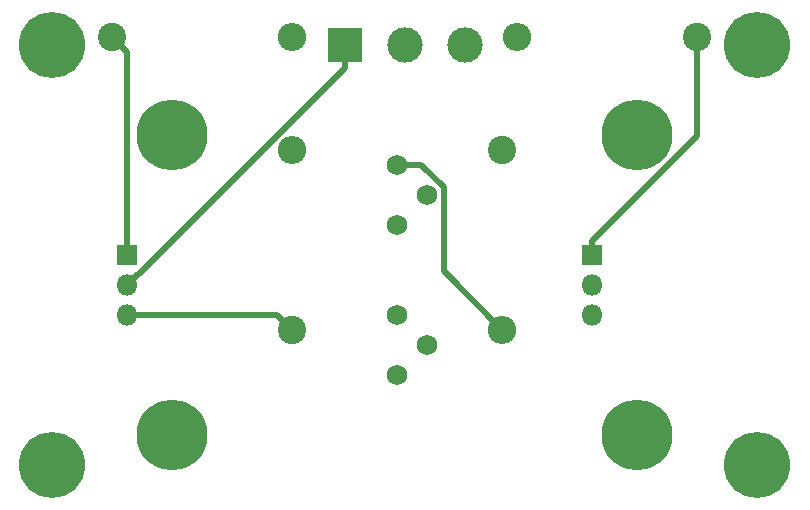
<source format=gbr>
G04 #@! TF.GenerationSoftware,KiCad,Pcbnew,(5.1.4-0-10_14)*
G04 #@! TF.CreationDate,2019-09-24T17:45:29-07:00*
G04 #@! TF.ProjectId,CCS_Tail_x2,4343535f-5461-4696-9c5f-78322e6b6963,3.0*
G04 #@! TF.SameCoordinates,Original*
G04 #@! TF.FileFunction,Copper,L2,Bot*
G04 #@! TF.FilePolarity,Positive*
%FSLAX46Y46*%
G04 Gerber Fmt 4.6, Leading zero omitted, Abs format (unit mm)*
G04 Created by KiCad (PCBNEW (5.1.4-0-10_14)) date 2019-09-24 17:45:29*
%MOMM*%
%LPD*%
G04 APERTURE LIST*
%ADD10R,3.000000X3.000000*%
%ADD11C,3.000000*%
%ADD12C,5.600000*%
%ADD13C,1.750000*%
%ADD14C,5.999480*%
%ADD15R,1.800000X1.800000*%
%ADD16O,1.800000X1.800000*%
%ADD17C,2.400000*%
%ADD18O,2.400000X2.400000*%
%ADD19C,0.500000*%
G04 APERTURE END LIST*
D10*
X141605000Y-93980000D03*
D11*
X146685000Y-93980000D03*
X151765000Y-93980000D03*
D12*
X116840000Y-129540000D03*
X176530000Y-129540000D03*
X176530000Y-93980000D03*
X116840000Y-93980000D03*
D13*
X146050000Y-104140000D03*
X148590000Y-106680000D03*
X146050000Y-109220000D03*
X146050000Y-116840000D03*
X148590000Y-119380000D03*
X146050000Y-121920000D03*
D14*
X127000000Y-101600000D03*
X127000000Y-127000000D03*
D15*
X123190000Y-111760000D03*
D16*
X123190000Y-114300000D03*
X123190000Y-116840000D03*
D15*
X162560000Y-111760000D03*
D16*
X162560000Y-114300000D03*
X162560000Y-116840000D03*
D17*
X121920000Y-93345000D03*
D18*
X137160000Y-93345000D03*
D17*
X137160000Y-118110000D03*
D18*
X137160000Y-102870000D03*
D17*
X171450000Y-93345000D03*
D18*
X156210000Y-93345000D03*
D17*
X154940000Y-102870000D03*
D18*
X154940000Y-118110000D03*
D14*
X166370000Y-101600000D03*
X166370000Y-127000000D03*
D19*
X141605000Y-95980000D02*
X141605000Y-93980000D01*
X124089999Y-113400001D02*
X124184999Y-113400001D01*
X124184999Y-113400001D02*
X141605000Y-95980000D01*
X123190000Y-114300000D02*
X124089999Y-113400001D01*
X147287436Y-104140000D02*
X146050000Y-104140000D01*
X148085002Y-104140000D02*
X147287436Y-104140000D01*
X149965001Y-106019999D02*
X148085002Y-104140000D01*
X149965001Y-113135001D02*
X149965001Y-106019999D01*
X154940000Y-118110000D02*
X149965001Y-113135001D01*
X123190000Y-94615000D02*
X121920000Y-93345000D01*
X123190000Y-111760000D02*
X123190000Y-94615000D01*
X135890000Y-116840000D02*
X137160000Y-118110000D01*
X123190000Y-116840000D02*
X135890000Y-116840000D01*
X171450000Y-101699618D02*
X171450000Y-95042056D01*
X162560000Y-110589618D02*
X171450000Y-101699618D01*
X171450000Y-95042056D02*
X171450000Y-93345000D01*
X162560000Y-111760000D02*
X162560000Y-110589618D01*
M02*

</source>
